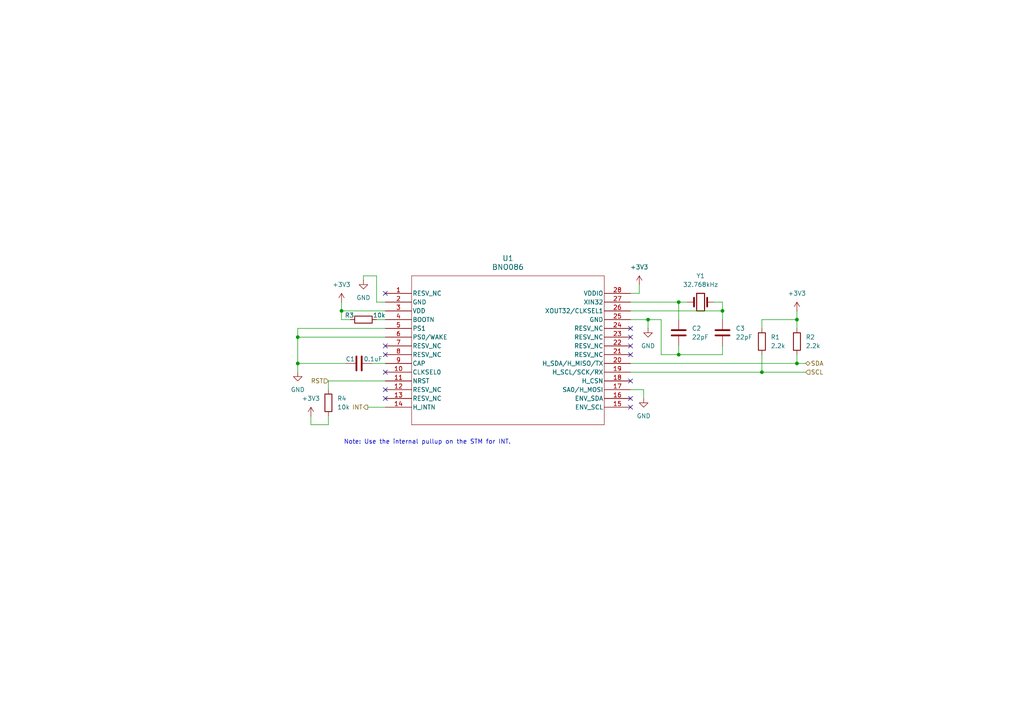
<source format=kicad_sch>
(kicad_sch (version 20250114) (generator "eeschema") (generator_version "9.0")
  (paper "A4")
  (lib_symbols
    (symbol "BNO086:BNO086" (pin_names (offset 0.254))
      (property "Reference" "U" (at 35.56 10.16 0))
      (property "Value" "BNO086" (at 35.56 7.62 0))
      (symbol "BNO086_0_1"
        (polyline (pts (xy 7.62 5.08) (xy 7.62 -38.1)) (stroke (width 0.127)))
        (polyline (pts (xy 7.62 -38.1) (xy 63.5 -38.1)) (stroke (width 0.127)))
        (polyline (pts (xy 63.5 5.08) (xy 7.62 5.08)) (stroke (width 0.127)))
        (polyline (pts (xy 63.5 -38.1) (xy 63.5 5.08)) (stroke (width 0.127)))
        (pin unspecified line (at 0 0 0) (length 7.62) (name "RESV_NC") (number "1"))
        (pin power_out line (at 0 -2.54 0) (length 7.62) (name "GND") (number "2"))
        (pin power_in line (at 0 -5.08 0) (length 7.62) (name "VDD") (number "3"))
        (pin unspecified line (at 0 -7.62 0) (length 7.62) (name "BOOTN") (number "4"))
        (pin bidirectional line (at 0 -10.16 0) (length 7.62) (name "PS1") (number "5"))
        (pin bidirectional line (at 0 -12.7 0) (length 7.62) (name "PS0/WAKE") (number "6"))
        (pin unspecified line (at 0 -15.24 0) (length 7.62) (name "RESV_NC") (number "7"))
        (pin unspecified line (at 0 -17.78 0) (length 7.62) (name "RESV_NC") (number "8"))
        (pin unspecified line (at 0 -20.32 0) (length 7.62) (name "CAP") (number "9"))
        (pin unspecified line (at 0 -22.86 0) (length 7.62) (name "CLKSEL0") (number "10"))
        (pin unspecified line (at 0 -25.4 0) (length 7.62) (name "NRST") (number "11"))
        (pin unspecified line (at 0 -27.94 0) (length 7.62) (name "RESV_NC") (number "12"))
        (pin unspecified line (at 0 -30.48 0) (length 7.62) (name "RESV_NC") (number "13"))
        (pin unspecified line (at 0 -33.02 0) (length 7.62) (name "H_INTN") (number "14"))
        (pin power_in line (at 71.12 0 180) (length 7.62) (name "VDDIO") (number "28"))
        (pin input line (at 71.12 -2.54 180) (length 7.62) (name "XIN32") (number "27"))
        (pin output line (at 71.12 -5.08 180) (length 7.62) (name "XOUT32/CLKSEL1") (number "26"))
        (pin power_out line (at 71.12 -7.62 180) (length 7.62) (name "GND") (number "25"))
        (pin unspecified line (at 71.12 -10.16 180) (length 7.62) (name "RESV_NC") (number "24"))
        (pin unspecified line (at 71.12 -12.7 180) (length 7.62) (name "RESV_NC") (number "23"))
        (pin unspecified line (at 71.12 -15.24 180) (length 7.62) (name "RESV_NC") (number "22"))
        (pin unspecified line (at 71.12 -17.78 180) (length 7.62) (name "RESV_NC") (number "21"))
        (pin unspecified line (at 71.12 -20.32 180) (length 7.62) (name "H_SDA/H_MISO/TX") (number "20"))
        (pin unspecified line (at 71.12 -22.86 180) (length 7.62) (name "H_SCL/SCK/RX") (number "19"))
        (pin unspecified line (at 71.12 -25.4 180) (length 7.62) (name "H_CSN") (number "18"))
        (pin unspecified line (at 71.12 -27.94 180) (length 7.62) (name "SA0/H_MOSI") (number "17"))
        (pin unspecified line (at 71.12 -30.48 180) (length 7.62) (name "ENV_SDA") (number "16"))
        (pin unspecified line (at 71.12 -33.02 180) (length 7.62) (name "ENV_SCL") (number "15"))
      )
    )
    (symbol "Device:C" (pin_numbers (hide yes)) (pin_names (offset 0.254))
      (property "Reference" "C" (at 0.635 2.54 0))
      (property "Value" "C" (at 0.635 -2.54 0))
      (symbol "C_0_1"
        (polyline (pts (xy -2.032 0.762) (xy 2.032 0.762)) (stroke (width 0.508)))
        (polyline (pts (xy -2.032 -0.762) (xy 2.032 -0.762)) (stroke (width 0.508)))
      )
      (symbol "C_1_1"
        (pin passive line (at 0 3.81 270) (length 2.794) (name "~") (number "1"))
        (pin passive line (at 0 -3.81 90) (length 2.794) (name "~") (number "2"))
      )
    )
    (symbol "Device:Crystal" (pin_numbers (hide yes)) (pin_names (offset 1.016) (hide yes))
      (property "Reference" "Y" (at 0 3.81 0))
      (property "Value" "Crystal" (at 0 -3.81 0))
      (symbol "Crystal_0_1"
        (polyline (pts (xy -2.54 0) (xy -1.905 0)))
        (polyline (pts (xy -1.905 -1.27) (xy -1.905 1.27)) (stroke (width 0.508)))
        (rectangle (start -1.143 2.54) (end 1.143 -2.54) (stroke (width 0.3048)))
        (polyline (pts (xy 1.905 -1.27) (xy 1.905 1.27)) (stroke (width 0.508)))
        (polyline (pts (xy 2.54 0) (xy 1.905 0)))
      )
      (symbol "Crystal_1_1"
        (pin passive line (at -3.81 0 0) (length 1.27) (name "1") (number "1"))
        (pin passive line (at 3.81 0 180) (length 1.27) (name "2") (number "2"))
      )
    )
    (symbol "Device:R" (pin_numbers (hide yes)) (pin_names (offset 0))
      (property "Reference" "R" (at 2.032 0 90))
      (property "Value" "R" (at 0 0 90))
      (symbol "R_0_1"
        (rectangle (start -1.016 -2.54) (end 1.016 2.54) (stroke (width 0.254)))
      )
      (symbol "R_1_1"
        (pin passive line (at 0 3.81 270) (length 1.27) (name "~") (number "1"))
        (pin passive line (at 0 -3.81 90) (length 1.27) (name "~") (number "2"))
      )
    )
    (symbol "power:+3V3" (power) (pin_numbers (hide yes)) (pin_names (offset 0) (hide yes))
      (property "Value" "+3V3" (at 0 3.556 0))
      (symbol "+3V3_0_1"
        (polyline (pts (xy -0.762 1.27) (xy 0 2.54)))
        (polyline (pts (xy 0 2.54) (xy 0.762 1.27)))
        (polyline (pts (xy 0 0) (xy 0 2.54)))
      )
      (symbol "+3V3_1_1"
        (pin power_in line (at 0 0 90) (length 0) (name "~") (number "1"))
      )
    )
    (symbol "power:GND" (power) (pin_numbers (hide yes)) (pin_names (offset 0) (hide yes))
      (property "Value" "GND" (at 0 -3.81 0))
      (symbol "GND_0_1"
        (polyline (pts (xy 0 0) (xy 0 -1.27) (xy 1.27 -1.27) (xy 0 -2.54) (xy -1.27 -1.27) (xy 0 -1.27)))
      )
      (symbol "GND_1_1"
        (pin power_in line (at 0 0 270) (length 0) (name "~") (number "1"))
      )
    )
  )
  (text "Note: Use the internal pullup on the STM for INT.\n" (at 123.952 128.27 0) (effects (font (size 1.27 1.27))))
  (junction (at 209.55 90.17))
  (junction (at 196.85 87.63))
  (junction (at 187.96 92.71))
  (junction (at 99.06 90.17))
  (junction (at 231.14 92.71))
  (junction (at 86.36 97.79))
  (junction (at 231.14 105.41))
  (junction (at 196.85 102.87))
  (junction (at 86.36 105.41))
  (junction (at 220.98 107.95))
  (no_connect (at 182.88 118.11))
  (no_connect (at 182.88 95.25))
  (no_connect (at 111.76 85.09))
  (no_connect (at 182.88 110.49))
  (no_connect (at 111.76 115.57))
  (no_connect (at 182.88 115.57))
  (no_connect (at 111.76 100.33))
  (no_connect (at 111.76 113.03))
  (no_connect (at 111.76 102.87))
  (no_connect (at 182.88 97.79))
  (no_connect (at 182.88 102.87))
  (no_connect (at 182.88 100.33))
  (no_connect (at 111.76 107.95))
  (wire (pts (xy 111.76 87.63) (xy 109.22 87.63)))
  (wire (pts (xy 182.88 87.63) (xy 196.85 87.63)))
  (wire (pts (xy 99.06 87.63) (xy 99.06 90.17)))
  (wire (pts (xy 196.85 87.63) (xy 199.39 87.63)))
  (wire (pts (xy 209.55 87.63) (xy 209.55 90.17)))
  (wire (pts (xy 191.77 102.87) (xy 191.77 92.71)))
  (wire (pts (xy 95.25 120.65) (xy 95.25 123.19)))
  (wire (pts (xy 196.85 102.87) (xy 209.55 102.87)))
  (wire (pts (xy 182.88 113.03) (xy 186.69 113.03)))
  (wire (pts (xy 220.98 95.25) (xy 220.98 92.71)))
  (wire (pts (xy 231.14 90.17) (xy 231.14 92.71)))
  (wire (pts (xy 90.17 123.19) (xy 90.17 120.65)))
  (wire (pts (xy 187.96 92.71) (xy 187.96 95.25)))
  (wire (pts (xy 105.41 80.01) (xy 105.41 81.28)))
  (wire (pts (xy 220.98 107.95) (xy 233.68 107.95)))
  (wire (pts (xy 106.68 118.11) (xy 111.76 118.11)))
  (wire (pts (xy 182.88 107.95) (xy 220.98 107.95)))
  (wire (pts (xy 182.88 85.09) (xy 185.42 85.09)))
  (wire (pts (xy 86.36 97.79) (xy 86.36 95.25)))
  (wire (pts (xy 207.01 87.63) (xy 209.55 87.63)))
  (wire (pts (xy 107.95 105.41) (xy 111.76 105.41)))
  (wire (pts (xy 182.88 92.71) (xy 187.96 92.71)))
  (wire (pts (xy 182.88 105.41) (xy 231.14 105.41)))
  (wire (pts (xy 95.25 123.19) (xy 90.17 123.19)))
  (wire (pts (xy 109.22 80.01) (xy 105.41 80.01)))
  (wire (pts (xy 182.88 90.17) (xy 209.55 90.17)))
  (wire (pts (xy 95.25 110.49) (xy 111.76 110.49)))
  (wire (pts (xy 209.55 90.17) (xy 209.55 92.71)))
  (wire (pts (xy 86.36 105.41) (xy 100.33 105.41)))
  (wire (pts (xy 109.22 87.63) (xy 109.22 80.01)))
  (wire (pts (xy 185.42 82.55) (xy 185.42 85.09)))
  (wire (pts (xy 220.98 92.71) (xy 231.14 92.71)))
  (wire (pts (xy 95.25 110.49) (xy 95.25 113.03)))
  (wire (pts (xy 231.14 105.41) (xy 233.68 105.41)))
  (wire (pts (xy 101.6 92.71) (xy 99.06 92.71)))
  (wire (pts (xy 111.76 90.17) (xy 99.06 90.17)))
  (wire (pts (xy 86.36 97.79) (xy 111.76 97.79)))
  (wire (pts (xy 99.06 92.71) (xy 99.06 90.17)))
  (wire (pts (xy 196.85 102.87) (xy 191.77 102.87)))
  (wire (pts (xy 231.14 92.71) (xy 231.14 95.25)))
  (wire (pts (xy 196.85 87.63) (xy 196.85 92.71)))
  (wire (pts (xy 186.69 113.03) (xy 186.69 115.57)))
  (wire (pts (xy 86.36 97.79) (xy 86.36 105.41)))
  (wire (pts (xy 220.98 102.87) (xy 220.98 107.95)))
  (wire (pts (xy 231.14 102.87) (xy 231.14 105.41)))
  (wire (pts (xy 196.85 102.87) (xy 196.85 100.33)))
  (wire (pts (xy 109.22 92.71) (xy 111.76 92.71)))
  (wire (pts (xy 191.77 92.71) (xy 187.96 92.71)))
  (wire (pts (xy 209.55 102.87) (xy 209.55 100.33)))
  (wire (pts (xy 86.36 95.25) (xy 111.76 95.25)))
  (wire (pts (xy 86.36 105.41) (xy 86.36 107.95)))
  (hierarchical_label "SDA" (shape bidirectional) (at 233.68 105.41 0))
  (hierarchical_label "SCL" (shape input) (at 233.68 107.95 0))
  (hierarchical_label "INT" (shape output) (at 106.68 118.11 180))
  (hierarchical_label "RST" (shape input) (at 95.25 110.49 180))
  (symbol (lib_id "power:+3V3") (at 231.14 90.17 0) (unit 1)
    (property "Reference" "#PWR03" (effects (hide yes)))
    (property "Value" "+3V3" (at 231.14 85.09 0))
    (property "Description" "Power symbol creates a global label with name \"+3V3\"" (effects (hide yes)))
  )
  (symbol (lib_id "Device:R") (at 231.14 99.06 0) (unit 1)
    (property "Reference" "R2" (at 233.68 97.7899 0) (effects (justify left)))
    (property "Value" "2.2k" (at 233.68 100.3299 0) (effects (justify left)))
    (property "Description" "Resistor" (effects (hide yes)))
  )
  (symbol (lib_id "Device:R") (at 105.41 92.71 90) (unit 1)
    (property "Reference" "R3" (at 101.346 91.44 90))
    (property "Value" "10k" (at 109.982 91.44 90))
    (property "Description" "Resistor" (effects (hide yes)))
  )
  (symbol (lib_id "Device:C") (at 104.14 105.41 90) (unit 1)
    (property "Reference" "C1" (at 101.6 104.14 90))
    (property "Value" "0.1uF" (at 108.204 104.14 90))
    (property "Description" "Unpolarized capacitor" (effects (hide yes)))
  )
  (symbol (lib_id "Device:C") (at 209.55 96.52 0) (unit 1)
    (property "Reference" "C3" (at 213.36 95.2499 0) (effects (justify left)))
    (property "Value" "22pF" (at 213.36 97.7899 0) (effects (justify left)))
    (property "Description" "Unpolarized capacitor" (effects (hide yes)))
  )
  (symbol (lib_id "power:+3V3") (at 185.42 82.55 0) (unit 1)
    (property "Reference" "#PWR05" (effects (hide yes)))
    (property "Value" "+3V3" (at 185.42 77.47 0))
    (property "Description" "Power symbol creates a global label with name \"+3V3\"" (effects (hide yes)))
  )
  (symbol (lib_id "Device:C") (at 196.85 96.52 0) (unit 1)
    (property "Reference" "C2" (at 200.66 95.2499 0) (effects (justify left)))
    (property "Value" "22pF" (at 200.66 97.7899 0) (effects (justify left)))
    (property "Description" "Unpolarized capacitor" (effects (hide yes)))
  )
  (symbol (lib_id "power:GND") (at 187.96 95.25 0) (unit 1)
    (property "Reference" "#PWR04" (effects (hide yes)))
    (property "Value" "GND" (at 187.96 100.33 0))
    (property "Description" "Power symbol creates a global label with name \"GND\" , ground" (effects (hide yes)))
  )
  (symbol (lib_id "Device:R") (at 220.98 99.06 0) (unit 1)
    (property "Reference" "R1" (at 223.52 97.7899 0) (effects (justify left)))
    (property "Value" "2.2k" (at 223.52 100.3299 0) (effects (justify left)))
    (property "Description" "Resistor" (effects (hide yes)))
  )
  (symbol (lib_id "Device:Crystal") (at 203.2 87.63 0) (unit 1)
    (property "Reference" "Y1" (at 203.2 80.01 0))
    (property "Value" "32.768kHz" (at 203.2 82.55 0))
    (property "Description" "Two pin crystal" (effects (hide yes)))
  )
  (symbol (lib_id "power:+3V3") (at 90.17 120.65 0) (unit 1)
    (property "Reference" "#PWR07" (effects (hide yes)))
    (property "Value" "+3V3" (at 90.17 115.57 0))
    (property "Description" "Power symbol creates a global label with name \"+3V3\"" (effects (hide yes)))
  )
  (symbol (lib_id "power:GND") (at 186.69 115.57 0) (unit 1)
    (property "Reference" "#PWR08" (effects (hide yes)))
    (property "Value" "GND" (at 186.69 120.65 0))
    (property "Description" "Power symbol creates a global label with name \"GND\" , ground" (effects (hide yes)))
  )
  (symbol (lib_id "Device:R") (at 95.25 116.84 0) (unit 1)
    (property "Reference" "R4" (at 97.79 115.5699 0) (effects (justify left)))
    (property "Value" "10k" (at 97.79 118.1099 0) (effects (justify left)))
    (property "Description" "Resistor" (effects (hide yes)))
  )
  (symbol (lib_id "power:GND") (at 105.41 81.28 0) (unit 1)
    (property "Reference" "#PWR01" (effects (hide yes)))
    (property "Value" "GND" (at 105.41 86.36 0))
    (property "Description" "Power symbol creates a global label with name \"GND\" , ground" (effects (hide yes)))
  )
  (symbol (lib_id "power:+3V3") (at 99.06 87.63 0) (unit 1)
    (property "Reference" "#PWR02" (effects (hide yes)))
    (property "Value" "+3V3" (at 99.06 82.55 0))
    (property "Description" "Power symbol creates a global label with name \"+3V3\"" (effects (hide yes)))
  )
  (symbol (lib_id "BNO086:BNO086") (at 111.76 85.09 0) (unit 1)
    (property "Reference" "U1" (at 147.32 74.93 0) (effects (font (size 1.524 1.524))))
    (property "Value" "BNO086" (at 147.32 77.47 0) (effects (font (size 1.524 1.524))))
    (property "Footprint" "QFN28_BNO086_CEV" (effects (hide yes)))
    (property "Datasheet" "BNO086" (effects (hide yes)))
  )
  (symbol (lib_id "power:GND") (at 86.36 107.95 0) (unit 1)
    (property "Reference" "#PWR06" (effects (hide yes)))
    (property "Value" "GND" (at 86.36 113.03 0))
    (property "Description" "Power symbol creates a global label with name \"GND\" , ground" (effects (hide yes)))
  )
)
</source>
